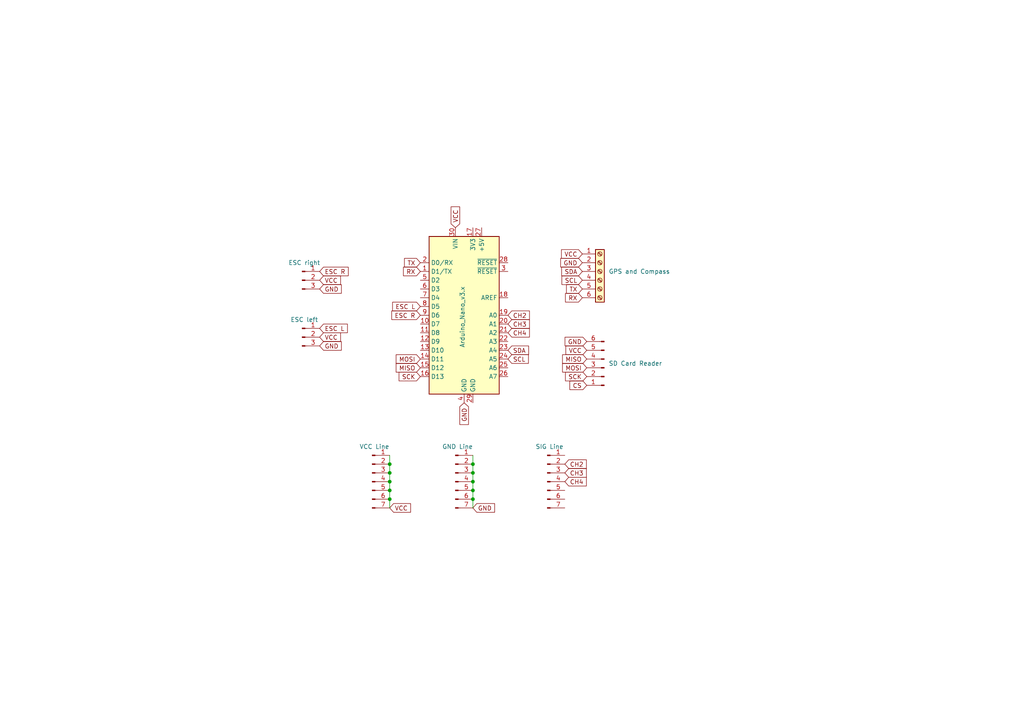
<source format=kicad_sch>
(kicad_sch (version 20250114) (generator "eeschema") (generator_version "9.0")
  (paper "A4")
  (lib_symbols
    (symbol "Connector:Conn_01x03_Pin" (pin_names (offset 1.016) (hide yes))
      (property "Reference" "J" (at 0 5.08 0))
      (property "Value" "Conn_01x03_Pin" (at 0 -5.08 0))
      (symbol "Conn_01x03_Pin_1_1"
        (rectangle (start 0.8636 2.667) (end 0 2.413) (stroke (width 0.1524)) (fill (type outline)))
        (rectangle (start 0.8636 0.127) (end 0 -0.127) (stroke (width 0.1524)) (fill (type outline)))
        (rectangle (start 0.8636 -2.413) (end 0 -2.667) (stroke (width 0.1524)) (fill (type outline)))
        (polyline (pts (xy 1.27 2.54) (xy 0.8636 2.54)) (stroke (width 0.1524)))
        (polyline (pts (xy 1.27 0) (xy 0.8636 0)) (stroke (width 0.1524)))
        (polyline (pts (xy 1.27 -2.54) (xy 0.8636 -2.54)) (stroke (width 0.1524)))
        (pin passive line (at 5.08 2.54 180) (length 3.81) (name "Pin_1") (number "1"))
        (pin passive line (at 5.08 0 180) (length 3.81) (name "Pin_2") (number "2"))
        (pin passive line (at 5.08 -2.54 180) (length 3.81) (name "Pin_3") (number "3"))
      )
    )
    (symbol "Connector:Conn_01x06_Pin" (pin_names (offset 1.016) (hide yes))
      (property "Reference" "J" (at 0 7.62 0))
      (property "Value" "Conn_01x06_Pin" (at 0 -10.16 0))
      (symbol "Conn_01x06_Pin_1_1"
        (rectangle (start 0.8636 5.207) (end 0 4.953) (stroke (width 0.1524)) (fill (type outline)))
        (rectangle (start 0.8636 2.667) (end 0 2.413) (stroke (width 0.1524)) (fill (type outline)))
        (rectangle (start 0.8636 0.127) (end 0 -0.127) (stroke (width 0.1524)) (fill (type outline)))
        (rectangle (start 0.8636 -2.413) (end 0 -2.667) (stroke (width 0.1524)) (fill (type outline)))
        (rectangle (start 0.8636 -4.953) (end 0 -5.207) (stroke (width 0.1524)) (fill (type outline)))
        (rectangle (start 0.8636 -7.493) (end 0 -7.747) (stroke (width 0.1524)) (fill (type outline)))
        (polyline (pts (xy 1.27 5.08) (xy 0.8636 5.08)) (stroke (width 0.1524)))
        (polyline (pts (xy 1.27 2.54) (xy 0.8636 2.54)) (stroke (width 0.1524)))
        (polyline (pts (xy 1.27 0) (xy 0.8636 0)) (stroke (width 0.1524)))
        (polyline (pts (xy 1.27 -2.54) (xy 0.8636 -2.54)) (stroke (width 0.1524)))
        (polyline (pts (xy 1.27 -5.08) (xy 0.8636 -5.08)) (stroke (width 0.1524)))
        (polyline (pts (xy 1.27 -7.62) (xy 0.8636 -7.62)) (stroke (width 0.1524)))
        (pin passive line (at 5.08 5.08 180) (length 3.81) (name "Pin_1") (number "1"))
        (pin passive line (at 5.08 2.54 180) (length 3.81) (name "Pin_2") (number "2"))
        (pin passive line (at 5.08 0 180) (length 3.81) (name "Pin_3") (number "3"))
        (pin passive line (at 5.08 -2.54 180) (length 3.81) (name "Pin_4") (number "4"))
        (pin passive line (at 5.08 -5.08 180) (length 3.81) (name "Pin_5") (number "5"))
        (pin passive line (at 5.08 -7.62 180) (length 3.81) (name "Pin_6") (number "6"))
      )
    )
    (symbol "Connector:Conn_01x07_Pin" (pin_names (offset 1.016) (hide yes))
      (property "Reference" "J" (at 0 10.16 0))
      (property "Value" "Conn_01x07_Pin" (at 0 -10.16 0))
      (symbol "Conn_01x07_Pin_1_1"
        (rectangle (start 0.8636 7.747) (end 0 7.493) (stroke (width 0.1524)) (fill (type outline)))
        (rectangle (start 0.8636 5.207) (end 0 4.953) (stroke (width 0.1524)) (fill (type outline)))
        (rectangle (start 0.8636 2.667) (end 0 2.413) (stroke (width 0.1524)) (fill (type outline)))
        (rectangle (start 0.8636 0.127) (end 0 -0.127) (stroke (width 0.1524)) (fill (type outline)))
        (rectangle (start 0.8636 -2.413) (end 0 -2.667) (stroke (width 0.1524)) (fill (type outline)))
        (rectangle (start 0.8636 -4.953) (end 0 -5.207) (stroke (width 0.1524)) (fill (type outline)))
        (rectangle (start 0.8636 -7.493) (end 0 -7.747) (stroke (width 0.1524)) (fill (type outline)))
        (polyline (pts (xy 1.27 7.62) (xy 0.8636 7.62)) (stroke (width 0.1524)))
        (polyline (pts (xy 1.27 5.08) (xy 0.8636 5.08)) (stroke (width 0.1524)))
        (polyline (pts (xy 1.27 2.54) (xy 0.8636 2.54)) (stroke (width 0.1524)))
        (polyline (pts (xy 1.27 0) (xy 0.8636 0)) (stroke (width 0.1524)))
        (polyline (pts (xy 1.27 -2.54) (xy 0.8636 -2.54)) (stroke (width 0.1524)))
        (polyline (pts (xy 1.27 -5.08) (xy 0.8636 -5.08)) (stroke (width 0.1524)))
        (polyline (pts (xy 1.27 -7.62) (xy 0.8636 -7.62)) (stroke (width 0.1524)))
        (pin passive line (at 5.08 7.62 180) (length 3.81) (name "Pin_1") (number "1"))
        (pin passive line (at 5.08 5.08 180) (length 3.81) (name "Pin_2") (number "2"))
        (pin passive line (at 5.08 2.54 180) (length 3.81) (name "Pin_3") (number "3"))
        (pin passive line (at 5.08 0 180) (length 3.81) (name "Pin_4") (number "4"))
        (pin passive line (at 5.08 -2.54 180) (length 3.81) (name "Pin_5") (number "5"))
        (pin passive line (at 5.08 -5.08 180) (length 3.81) (name "Pin_6") (number "6"))
        (pin passive line (at 5.08 -7.62 180) (length 3.81) (name "Pin_7") (number "7"))
      )
    )
    (symbol "Connector:Screw_Terminal_01x06" (pin_names (offset 1.016) (hide yes))
      (property "Reference" "J" (at 0 7.62 0))
      (property "Value" "Screw_Terminal_01x06" (at 0 -10.16 0))
      (symbol "Screw_Terminal_01x06_1_1"
        (rectangle (start -1.27 6.35) (end 1.27 -8.89) (stroke (width 0.254)) (fill (type background)))
        (polyline (pts (xy -0.5334 5.4102) (xy 0.3302 4.572)) (stroke (width 0.1524)))
        (polyline (pts (xy -0.5334 2.8702) (xy 0.3302 2.032)) (stroke (width 0.1524)))
        (polyline (pts (xy -0.5334 0.3302) (xy 0.3302 -0.508)) (stroke (width 0.1524)))
        (polyline (pts (xy -0.5334 -2.2098) (xy 0.3302 -3.048)) (stroke (width 0.1524)))
        (polyline (pts (xy -0.5334 -4.7498) (xy 0.3302 -5.588)) (stroke (width 0.1524)))
        (polyline (pts (xy -0.5334 -7.2898) (xy 0.3302 -8.128)) (stroke (width 0.1524)))
        (polyline (pts (xy -0.3556 5.588) (xy 0.508 4.7498)) (stroke (width 0.1524)))
        (polyline (pts (xy -0.3556 3.048) (xy 0.508 2.2098)) (stroke (width 0.1524)))
        (polyline (pts (xy -0.3556 0.508) (xy 0.508 -0.3302)) (stroke (width 0.1524)))
        (polyline (pts (xy -0.3556 -2.032) (xy 0.508 -2.8702)) (stroke (width 0.1524)))
        (polyline (pts (xy -0.3556 -4.572) (xy 0.508 -5.4102)) (stroke (width 0.1524)))
        (polyline (pts (xy -0.3556 -7.112) (xy 0.508 -7.9502)) (stroke (width 0.1524)))
        (circle (center 0 5.08) (radius 0.635) (stroke (width 0.1524)))
        (circle (center 0 2.54) (radius 0.635) (stroke (width 0.1524)))
        (circle (center 0 0) (radius 0.635) (stroke (width 0.1524)))
        (circle (center 0 -2.54) (radius 0.635) (stroke (width 0.1524)))
        (circle (center 0 -5.08) (radius 0.635) (stroke (width 0.1524)))
        (circle (center 0 -7.62) (radius 0.635) (stroke (width 0.1524)))
        (pin passive line (at -5.08 5.08 0) (length 3.81) (name "Pin_1") (number "1"))
        (pin passive line (at -5.08 2.54 0) (length 3.81) (name "Pin_2") (number "2"))
        (pin passive line (at -5.08 0 0) (length 3.81) (name "Pin_3") (number "3"))
        (pin passive line (at -5.08 -2.54 0) (length 3.81) (name "Pin_4") (number "4"))
        (pin passive line (at -5.08 -5.08 0) (length 3.81) (name "Pin_5") (number "5"))
        (pin passive line (at -5.08 -7.62 0) (length 3.81) (name "Pin_6") (number "6"))
      )
    )
    (symbol "MCU_Module:Arduino_Nano_v3.x"
      (property "Reference" "A" (at -10.16 23.495 0))
      (property "Value" "Arduino_Nano_v3.x" (at 5.08 -24.13 0))
      (symbol "Arduino_Nano_v3.x_0_1"
        (rectangle (start -10.16 22.86) (end 10.16 -22.86) (stroke (width 0.254)) (fill (type background)))
      )
      (symbol "Arduino_Nano_v3.x_1_1"
        (pin bidirectional line (at -12.7 15.24 0) (length 2.54) (name "D0/RX") (number "2"))
        (pin bidirectional line (at -12.7 12.7 0) (length 2.54) (name "D1/TX") (number "1"))
        (pin bidirectional line (at -12.7 10.16 0) (length 2.54) (name "D2") (number "5"))
        (pin bidirectional line (at -12.7 7.62 0) (length 2.54) (name "D3") (number "6"))
        (pin bidirectional line (at -12.7 5.08 0) (length 2.54) (name "D4") (number "7"))
        (pin bidirectional line (at -12.7 2.54 0) (length 2.54) (name "D5") (number "8"))
        (pin bidirectional line (at -12.7 0 0) (length 2.54) (name "D6") (number "9"))
        (pin bidirectional line (at -12.7 -2.54 0) (length 2.54) (name "D7") (number "10"))
        (pin bidirectional line (at -12.7 -5.08 0) (length 2.54) (name "D8") (number "11"))
        (pin bidirectional line (at -12.7 -7.62 0) (length 2.54) (name "D9") (number "12"))
        (pin bidirectional line (at -12.7 -10.16 0) (length 2.54) (name "D10") (number "13"))
        (pin bidirectional line (at -12.7 -12.7 0) (length 2.54) (name "D11") (number "14"))
        (pin bidirectional line (at -12.7 -15.24 0) (length 2.54) (name "D12") (number "15"))
        (pin bidirectional line (at -12.7 -17.78 0) (length 2.54) (name "D13") (number "16"))
        (pin power_in line (at -2.54 25.4 270) (length 2.54) (name "VIN") (number "30"))
        (pin power_in line (at 0 -25.4 90) (length 2.54) (name "GND") (number "4"))
        (pin power_out line (at 2.54 25.4 270) (length 2.54) (name "3V3") (number "17"))
        (pin power_in line (at 2.54 -25.4 90) (length 2.54) (name "GND") (number "29"))
        (pin power_out line (at 5.08 25.4 270) (length 2.54) (name "+5V") (number "27"))
        (pin input line (at 12.7 15.24 180) (length 2.54) (name "~{RESET}") (number "28"))
        (pin input line (at 12.7 12.7 180) (length 2.54) (name "~{RESET}") (number "3"))
        (pin input line (at 12.7 5.08 180) (length 2.54) (name "AREF") (number "18"))
        (pin bidirectional line (at 12.7 0 180) (length 2.54) (name "A0") (number "19"))
        (pin bidirectional line (at 12.7 -2.54 180) (length 2.54) (name "A1") (number "20"))
        (pin bidirectional line (at 12.7 -5.08 180) (length 2.54) (name "A2") (number "21"))
        (pin bidirectional line (at 12.7 -7.62 180) (length 2.54) (name "A3") (number "22"))
        (pin bidirectional line (at 12.7 -10.16 180) (length 2.54) (name "A4") (number "23"))
        (pin bidirectional line (at 12.7 -12.7 180) (length 2.54) (name "A5") (number "24"))
        (pin bidirectional line (at 12.7 -15.24 180) (length 2.54) (name "A6") (number "25"))
        (pin bidirectional line (at 12.7 -17.78 180) (length 2.54) (name "A7") (number "26"))
      )
    )
  )
  (junction (at 137.16 142.24))
  (junction (at 113.03 144.78))
  (junction (at 113.03 137.16))
  (junction (at 137.16 134.62))
  (junction (at 137.16 144.78))
  (junction (at 137.16 137.16))
  (junction (at 113.03 134.62))
  (junction (at 113.03 142.24))
  (junction (at 113.03 139.7))
  (junction (at 137.16 139.7))
  (wire (pts (xy 137.16 144.78) (xy 137.16 147.32)))
  (wire (pts (xy 137.16 142.24) (xy 137.16 144.78)))
  (wire (pts (xy 113.03 139.7) (xy 113.03 142.24)))
  (wire (pts (xy 113.03 134.62) (xy 113.03 137.16)))
  (wire (pts (xy 113.03 137.16) (xy 113.03 139.7)))
  (wire (pts (xy 137.16 134.62) (xy 137.16 137.16)))
  (wire (pts (xy 137.16 132.08) (xy 137.16 134.62)))
  (wire (pts (xy 113.03 132.08) (xy 113.03 134.62)))
  (wire (pts (xy 113.03 142.24) (xy 113.03 144.78)))
  (wire (pts (xy 113.03 144.78) (xy 113.03 147.32)))
  (wire (pts (xy 137.16 139.7) (xy 137.16 142.24)))
  (wire (pts (xy 137.16 137.16) (xy 137.16 139.7)))
  (global_label "ESC L" (shape input) (at 121.92 88.9 180) (property "Intersheetrefs" "${INTERSHEET_REFS}" (effects (hide yes))))
  (global_label "VCC" (shape input) (at 168.91 73.66 180) (property "Intersheetrefs" "${INTERSHEET_REFS}" (effects (hide yes))))
  (global_label "GND" (shape input) (at 137.16 147.32 0) (property "Intersheetrefs" "${INTERSHEET_REFS}" (effects (hide yes))))
  (global_label "VCC" (shape input) (at 92.71 97.79 0) (property "Intersheetrefs" "${INTERSHEET_REFS}" (effects (hide yes))))
  (global_label "MISO" (shape input) (at 170.18 104.14 180) (property "Intersheetrefs" "${INTERSHEET_REFS}" (effects (hide yes))))
  (global_label "CH4" (shape input) (at 163.83 139.7 0) (property "Intersheetrefs" "${INTERSHEET_REFS}" (effects (hide yes))))
  (global_label "VCC" (shape input) (at 170.18 101.6 180) (property "Intersheetrefs" "${INTERSHEET_REFS}" (effects (hide yes))))
  (global_label "CH2" (shape input) (at 147.32 91.44 0) (property "Intersheetrefs" "${INTERSHEET_REFS}" (effects (hide yes))))
  (global_label "SDA" (shape input) (at 168.91 78.74 180) (property "Intersheetrefs" "${INTERSHEET_REFS}" (effects (hide yes))))
  (global_label "TX" (shape input) (at 121.92 76.2 180) (property "Intersheetrefs" "${INTERSHEET_REFS}" (effects (hide yes))))
  (global_label "CH3" (shape input) (at 147.32 93.98 0) (property "Intersheetrefs" "${INTERSHEET_REFS}" (effects (hide yes))))
  (global_label "SDA" (shape input) (at 147.32 101.6 0) (property "Intersheetrefs" "${INTERSHEET_REFS}" (effects (hide yes))))
  (global_label "MOSI" (shape input) (at 170.18 106.68 180) (property "Intersheetrefs" "${INTERSHEET_REFS}" (effects (hide yes))))
  (global_label "MOSI" (shape input) (at 121.92 104.14 180) (property "Intersheetrefs" "${INTERSHEET_REFS}" (effects (hide yes))))
  (global_label "GND" (shape input) (at 92.71 83.82 0) (property "Intersheetrefs" "${INTERSHEET_REFS}" (effects (hide yes))))
  (global_label "TX" (shape input) (at 168.91 83.82 180) (property "Intersheetrefs" "${INTERSHEET_REFS}" (effects (hide yes))))
  (global_label "VCC" (shape input) (at 92.71 81.28 0) (property "Intersheetrefs" "${INTERSHEET_REFS}" (effects (hide yes))))
  (global_label "GND" (shape input) (at 92.71 100.33 0) (property "Intersheetrefs" "${INTERSHEET_REFS}" (effects (hide yes))))
  (global_label "GND" (shape input) (at 134.62 116.84 270) (property "Intersheetrefs" "${INTERSHEET_REFS}" (effects (hide yes))))
  (global_label "VCC" (shape input) (at 113.03 147.32 0) (property "Intersheetrefs" "${INTERSHEET_REFS}" (effects (hide yes))))
  (global_label "ESC R" (shape input) (at 92.71 78.74 0) (property "Intersheetrefs" "${INTERSHEET_REFS}" (effects (hide yes))))
  (global_label "VCC" (shape input) (at 132.08 66.04 90) (property "Intersheetrefs" "${INTERSHEET_REFS}" (effects (hide yes))))
  (global_label "RX" (shape input) (at 121.92 78.74 180) (property "Intersheetrefs" "${INTERSHEET_REFS}" (effects (hide yes))))
  (global_label "CS" (shape input) (at 170.18 111.76 180) (property "Intersheetrefs" "${INTERSHEET_REFS}" (effects (hide yes))))
  (global_label "ESC L" (shape input) (at 92.71 95.25 0) (property "Intersheetrefs" "${INTERSHEET_REFS}" (effects (hide yes))))
  (global_label "CH2" (shape input) (at 163.83 134.62 0) (property "Intersheetrefs" "${INTERSHEET_REFS}" (effects (hide yes))))
  (global_label "CH3" (shape input) (at 163.83 137.16 0) (property "Intersheetrefs" "${INTERSHEET_REFS}" (effects (hide yes))))
  (global_label "RX" (shape input) (at 168.91 86.36 180) (property "Intersheetrefs" "${INTERSHEET_REFS}" (effects (hide yes))))
  (global_label "MISO" (shape input) (at 121.92 106.68 180) (property "Intersheetrefs" "${INTERSHEET_REFS}" (effects (hide yes))))
  (global_label "SCK" (shape input) (at 170.18 109.22 180) (property "Intersheetrefs" "${INTERSHEET_REFS}" (effects (hide yes))))
  (global_label "SCL" (shape input) (at 168.91 81.28 180) (property "Intersheetrefs" "${INTERSHEET_REFS}" (effects (hide yes))))
  (global_label "GND" (shape input) (at 170.18 99.06 180) (property "Intersheetrefs" "${INTERSHEET_REFS}" (effects (hide yes))))
  (global_label "SCL" (shape input) (at 147.32 104.14 0) (property "Intersheetrefs" "${INTERSHEET_REFS}" (effects (hide yes))))
  (global_label "ESC R" (shape input) (at 121.92 91.44 180) (property "Intersheetrefs" "${INTERSHEET_REFS}" (effects (hide yes))))
  (global_label "SCK" (shape input) (at 121.92 109.22 180) (property "Intersheetrefs" "${INTERSHEET_REFS}" (effects (hide yes))))
  (global_label "GND" (shape input) (at 168.91 76.2 180) (property "Intersheetrefs" "${INTERSHEET_REFS}" (effects (hide yes))))
  (global_label "CH4" (shape input) (at 147.32 96.52 0) (property "Intersheetrefs" "${INTERSHEET_REFS}" (effects (hide yes))))
  (symbol (lib_id "Connector:Conn_01x03_Pin") (at 87.63 97.79 0) (unit 1)
    (property "Reference" "J3" (effects (hide yes)))
    (property "Value" "ESC left" (at 88.265 92.71 0))
    (property "Footprint" "Connector_PinHeader_2.54mm:PinHeader_1x03_P2.54mm_Vertical" (effects (hide yes)))
    (property "Description" "Generic connector, single row, 01x03, script generated" (effects (hide yes)))
  )
  (symbol (lib_id "Connector:Conn_01x07_Pin") (at 132.08 139.7 0) (unit 1)
    (property "Reference" "J6" (effects (hide yes)))
    (property "Value" "GND Line" (at 132.715 129.54 0))
    (property "Footprint" "Connector_PinHeader_2.54mm:PinHeader_1x07_P2.54mm_Vertical" (effects (hide yes)))
    (property "Description" "Generic connector, single row, 01x07, script generated" (effects (hide yes)))
  )
  (symbol (lib_id "Connector:Conn_01x07_Pin") (at 158.75 139.7 0) (unit 1)
    (property "Reference" "J7" (effects (hide yes)))
    (property "Value" "SIG Line" (at 159.385 129.54 0))
    (property "Footprint" "Connector_PinHeader_2.54mm:PinHeader_1x07_P2.54mm_Vertical" (effects (hide yes)))
    (property "Description" "Generic connector, single row, 01x07, script generated" (effects (hide yes)))
  )
  (symbol (lib_id "Connector:Conn_01x07_Pin") (at 107.95 139.7 0) (unit 1)
    (property "Reference" "J5" (effects (hide yes)))
    (property "Value" "VCC Line" (at 108.585 129.54 0))
    (property "Footprint" "Connector_PinHeader_2.54mm:PinHeader_1x07_P2.54mm_Vertical" (effects (hide yes)))
    (property "Description" "Generic connector, single row, 01x07, script generated" (effects (hide yes)))
  )
  (symbol (lib_id "Connector:Conn_01x06_Pin") (at 175.26 106.68 180) (unit 1)
    (property "Reference" "J2" (effects (hide yes)))
    (property "Value" "SD Card Reader" (at 176.53 105.4099 0) (effects (justify right)))
    (property "Footprint" "Connector_PinHeader_2.54mm:PinHeader_1x06_P2.54mm_Vertical" (effects (hide yes)))
    (property "Description" "Generic connector, single row, 01x06, script generated" (effects (hide yes)))
  )
  (symbol (lib_id "Connector:Conn_01x03_Pin") (at 87.63 81.28 0) (unit 1)
    (property "Reference" "J4" (effects (hide yes)))
    (property "Value" "ESC right" (at 88.265 76.2 0))
    (property "Footprint" "Connector_PinHeader_2.54mm:PinHeader_1x03_P2.54mm_Vertical" (effects (hide yes)))
    (property "Description" "Generic connector, single row, 01x03, script generated" (effects (hide yes)))
  )
  (symbol (lib_id "MCU_Module:Arduino_Nano_v3.x") (at 134.62 91.44 0) (unit 1)
    (property "Reference" "A1" (effects (hide yes)))
    (property "Value" "Arduino_Nano_v3.x" (at 134.112 100.838 90) (effects (justify left)))
    (property "Footprint" "Module:Arduino_Nano" (effects (hide yes)))
    (property "Datasheet" "http://www.mouser.com/pdfdocs/Gravitech_Arduino_Nano3_0.pdf" (effects (hide yes)))
    (property "Description" "Arduino Nano v3.x" (effects (hide yes)))
  )
  (symbol (lib_id "Connector:Screw_Terminal_01x06") (at 173.99 78.74 0) (unit 1)
    (property "Reference" "J1" (effects (hide yes)))
    (property "Value" "GPS and Compass" (at 176.53 78.74 0) (effects (justify left)))
    (property "Footprint" "TerminalBlock:TerminalBlock_bornier-6_P5.08mm" (effects (hide yes)))
    (property "Description" "Generic screw terminal, single row, 01x06, script generated (kicad-library-utils/schlib/autogen/connector/)" (effects (hide yes)))
  )
)
</source>
